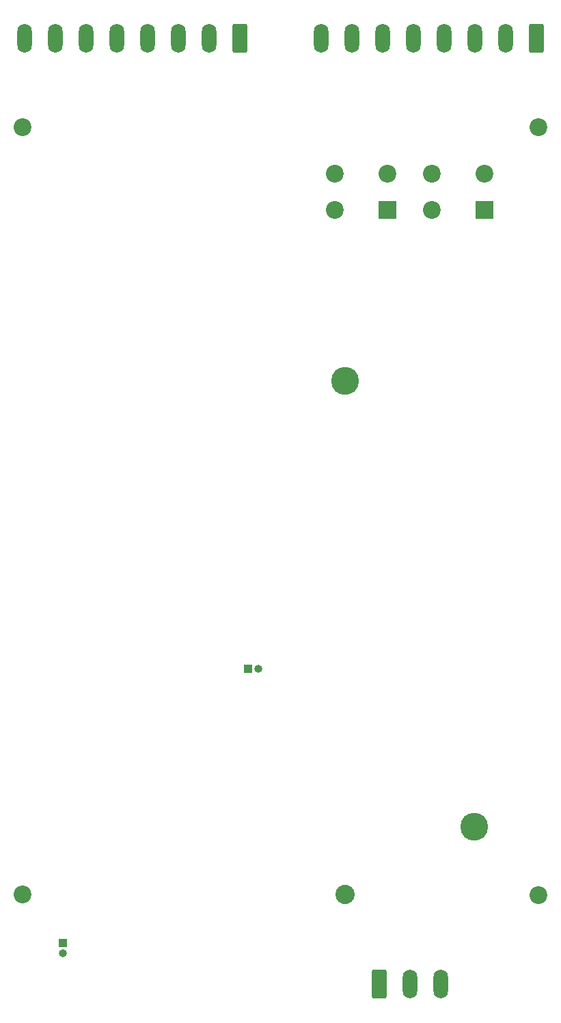
<source format=gbr>
G04 #@! TF.GenerationSoftware,KiCad,Pcbnew,8.0.5-8.0.5-0~ubuntu24.04.1*
G04 #@! TF.CreationDate,2024-10-06T17:11:21+03:00*
G04 #@! TF.ProjectId,esp32-main,65737033-322d-46d6-9169-6e2e6b696361,A*
G04 #@! TF.SameCoordinates,Original*
G04 #@! TF.FileFunction,Soldermask,Bot*
G04 #@! TF.FilePolarity,Negative*
%FSLAX46Y46*%
G04 Gerber Fmt 4.6, Leading zero omitted, Abs format (unit mm)*
G04 Created by KiCad (PCBNEW 8.0.5-8.0.5-0~ubuntu24.04.1) date 2024-10-06 17:11:21*
%MOMM*%
%LPD*%
G01*
G04 APERTURE LIST*
G04 Aperture macros list*
%AMRoundRect*
0 Rectangle with rounded corners*
0 $1 Rounding radius*
0 $2 $3 $4 $5 $6 $7 $8 $9 X,Y pos of 4 corners*
0 Add a 4 corners polygon primitive as box body*
4,1,4,$2,$3,$4,$5,$6,$7,$8,$9,$2,$3,0*
0 Add four circle primitives for the rounded corners*
1,1,$1+$1,$2,$3*
1,1,$1+$1,$4,$5*
1,1,$1+$1,$6,$7*
1,1,$1+$1,$8,$9*
0 Add four rect primitives between the rounded corners*
20,1,$1+$1,$2,$3,$4,$5,0*
20,1,$1+$1,$4,$5,$6,$7,0*
20,1,$1+$1,$6,$7,$8,$9,0*
20,1,$1+$1,$8,$9,$2,$3,0*%
G04 Aperture macros list end*
%ADD10RoundRect,0.250000X-0.650000X-1.550000X0.650000X-1.550000X0.650000X1.550000X-0.650000X1.550000X0*%
%ADD11O,1.800000X3.600000*%
%ADD12R,1.000000X1.000000*%
%ADD13O,1.000000X1.000000*%
%ADD14R,2.200000X2.200000*%
%ADD15C,2.200000*%
%ADD16RoundRect,0.250000X0.650000X1.550000X-0.650000X1.550000X-0.650000X-1.550000X0.650000X-1.550000X0*%
%ADD17C,2.390000*%
%ADD18C,3.450000*%
G04 APERTURE END LIST*
D10*
X157245000Y-147067500D03*
D11*
X161055000Y-147067500D03*
X164865000Y-147067500D03*
D12*
X141000000Y-108000000D03*
D13*
X142270000Y-108000000D03*
X118000000Y-143270000D03*
D12*
X118000000Y-142000000D03*
D14*
X170250000Y-51250000D03*
D15*
X163750000Y-51250000D03*
X170250000Y-46750000D03*
X163750000Y-46750000D03*
D14*
X158250000Y-51250000D03*
D15*
X151750000Y-51250000D03*
X158250000Y-46750000D03*
X151750000Y-46750000D03*
X177000000Y-41000000D03*
X113000000Y-41000000D03*
X177000000Y-136050000D03*
X113000000Y-136000000D03*
D16*
X140000000Y-30000000D03*
D11*
X136190000Y-30000000D03*
X132380000Y-30000000D03*
X128570000Y-30000000D03*
X124760000Y-30000000D03*
X120950000Y-30000000D03*
X117140000Y-30000000D03*
X113330000Y-30000000D03*
D17*
X153000000Y-135930000D03*
D18*
X169000000Y-127600000D03*
X153000000Y-72400000D03*
D16*
X176670000Y-30000000D03*
D11*
X172860000Y-30000000D03*
X169050000Y-30000000D03*
X165240000Y-30000000D03*
X161430000Y-30000000D03*
X157620000Y-30000000D03*
X153810000Y-30000000D03*
X150000000Y-30000000D03*
M02*

</source>
